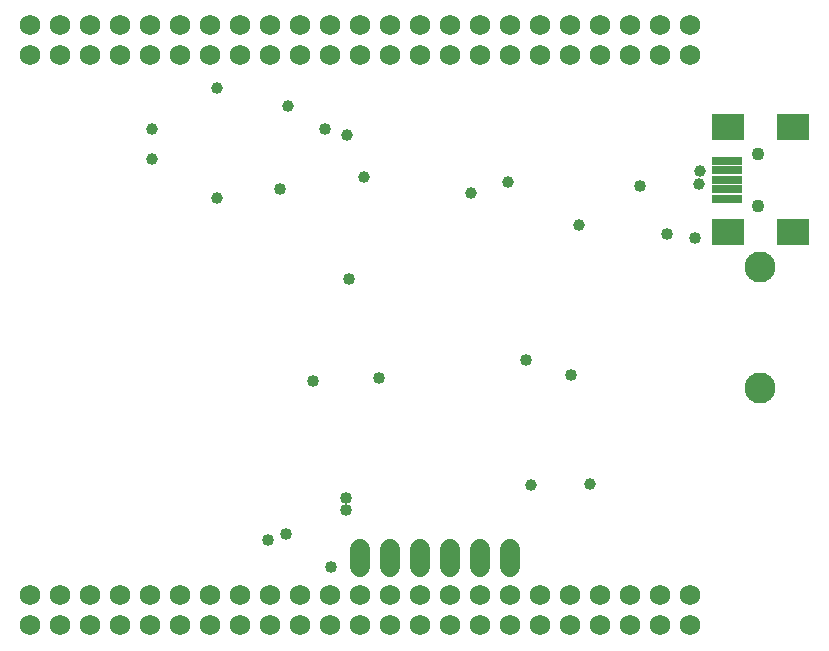
<source format=gbs>
G75*
G70*
%OFA0B0*%
%FSLAX24Y24*%
%IPPOS*%
%LPD*%
%AMOC8*
5,1,8,0,0,1.08239X$1,22.5*
%
%ADD10C,0.0680*%
%ADD11C,0.0434*%
%ADD12R,0.1064X0.0867*%
%ADD13R,0.0986X0.0277*%
%ADD14C,0.1030*%
%ADD15C,0.0680*%
%ADD16C,0.0397*%
%ADD17C,0.0400*%
D10*
X009433Y003622D03*
X010433Y003622D03*
X011433Y003622D03*
X012433Y003622D03*
X013433Y003622D03*
X014433Y003622D03*
X015433Y003622D03*
X016433Y003622D03*
X017433Y003622D03*
X018433Y003622D03*
X019433Y003622D03*
X020433Y003622D03*
X021433Y003622D03*
X022433Y003622D03*
X023433Y003622D03*
X024433Y003622D03*
X025433Y003622D03*
X026433Y003622D03*
X027433Y003622D03*
X028433Y003622D03*
X029433Y003622D03*
X030433Y003622D03*
X031433Y003622D03*
X031433Y004622D03*
X030433Y004622D03*
X029433Y004622D03*
X028433Y004622D03*
X027433Y004622D03*
X026433Y004622D03*
X025433Y004622D03*
X024433Y004622D03*
X023433Y004622D03*
X022433Y004622D03*
X021433Y004622D03*
X020433Y004622D03*
X019433Y004622D03*
X018433Y004622D03*
X017433Y004622D03*
X016433Y004622D03*
X015433Y004622D03*
X014433Y004622D03*
X013433Y004622D03*
X012433Y004622D03*
X011433Y004622D03*
X010433Y004622D03*
X009433Y004622D03*
X009433Y022622D03*
X010433Y022622D03*
X011433Y022622D03*
X012433Y022622D03*
X013433Y022622D03*
X014433Y022622D03*
X015433Y022622D03*
X016433Y022622D03*
X017433Y022622D03*
X018433Y022622D03*
X019433Y022622D03*
X020433Y022622D03*
X021433Y022622D03*
X022433Y022622D03*
X023433Y022622D03*
X024433Y022622D03*
X025433Y022622D03*
X026433Y022622D03*
X027433Y022622D03*
X028433Y022622D03*
X029433Y022622D03*
X030433Y022622D03*
X031433Y022622D03*
X031433Y023622D03*
X030433Y023622D03*
X029433Y023622D03*
X028433Y023622D03*
X027433Y023622D03*
X026433Y023622D03*
X025433Y023622D03*
X024433Y023622D03*
X023433Y023622D03*
X022433Y023622D03*
X021433Y023622D03*
X020433Y023622D03*
X019433Y023622D03*
X018433Y023622D03*
X017433Y023622D03*
X016433Y023622D03*
X015433Y023622D03*
X014433Y023622D03*
X013433Y023622D03*
X012433Y023622D03*
X011433Y023622D03*
X010433Y023622D03*
X009433Y023622D03*
D11*
X033699Y019341D03*
X033699Y017609D03*
D12*
X032715Y016723D03*
X034880Y016723D03*
X034880Y020227D03*
X032715Y020227D03*
D13*
X032675Y019105D03*
X032675Y018790D03*
X032675Y018475D03*
X032675Y018160D03*
X032675Y017845D03*
D14*
X033770Y015567D03*
X033770Y011517D03*
D15*
X025433Y006172D02*
X025433Y005572D01*
X024433Y005572D02*
X024433Y006172D01*
X023433Y006172D02*
X023433Y005572D01*
X022433Y005572D02*
X022433Y006172D01*
X021433Y006172D02*
X021433Y005572D01*
X020433Y005572D02*
X020433Y006172D01*
D16*
X026132Y008306D03*
X028100Y008345D03*
X027746Y016967D03*
X025384Y018384D03*
X024124Y018030D03*
X020581Y018581D03*
X019990Y019959D03*
X018022Y020943D03*
X015660Y021534D03*
X013494Y020156D03*
X013494Y019172D03*
X015660Y017872D03*
X031733Y018333D03*
X031753Y018777D03*
D17*
X029753Y018272D03*
X030683Y016672D03*
X031598Y016543D03*
X025983Y012472D03*
X027483Y011972D03*
X021083Y011872D03*
X018883Y011772D03*
X020083Y015172D03*
X017783Y018172D03*
X019283Y020172D03*
X019983Y007872D03*
X019983Y007472D03*
X017983Y006672D03*
X017383Y006472D03*
X019483Y005572D03*
M02*

</source>
